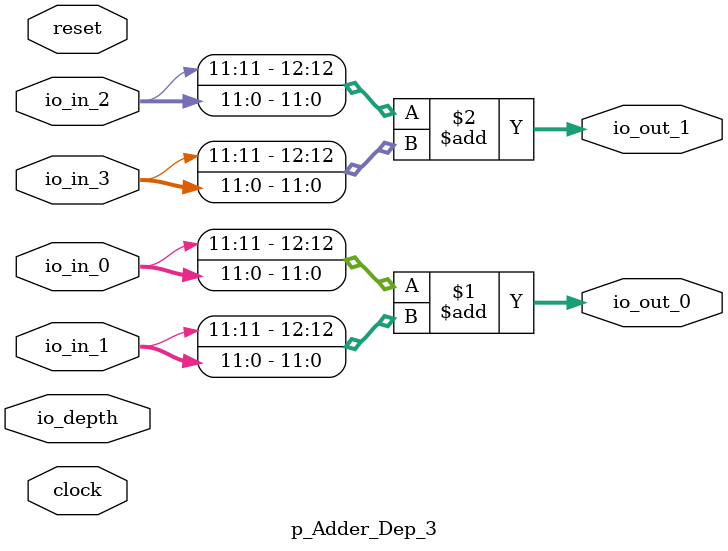
<source format=sv>
module p_Adder_Dep_3(
  input         clock,
                reset,
  input  [11:0] io_in_0,
                io_in_1,
                io_in_2,
                io_in_3,
  input  [2:0]  io_depth,
  output [12:0] io_out_0,
                io_out_1
);

  assign io_out_0 = {io_in_0[11], io_in_0} + {io_in_1[11], io_in_1};
  assign io_out_1 = {io_in_2[11], io_in_2} + {io_in_3[11], io_in_3};
endmodule


</source>
